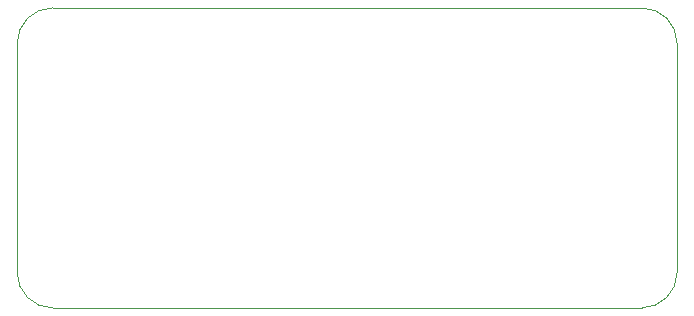
<source format=gbr>
%TF.GenerationSoftware,KiCad,Pcbnew,7.0.6*%
%TF.CreationDate,2023-10-17T01:06:07-04:00*%
%TF.ProjectId,tstick-5gw-pro-USB-V2-pcb,74737469-636b-42d3-9567-772d70726f2d,v0.0.2*%
%TF.SameCoordinates,Original*%
%TF.FileFunction,Profile,NP*%
%FSLAX46Y46*%
G04 Gerber Fmt 4.6, Leading zero omitted, Abs format (unit mm)*
G04 Created by KiCad (PCBNEW 7.0.6) date 2023-10-17 01:06:07*
%MOMM*%
%LPD*%
G01*
G04 APERTURE LIST*
%TA.AperFunction,Profile*%
%ADD10C,0.100000*%
%TD*%
G04 APERTURE END LIST*
D10*
X102038200Y-73190900D02*
X151918200Y-73190900D01*
X154918200Y-70190900D02*
X154918200Y-50790900D01*
X102038200Y-47790900D02*
G75*
G03*
X99038200Y-50790900I0J-3000000D01*
G01*
X99038200Y-50790900D02*
X99038200Y-70190900D01*
X154918200Y-50790900D02*
G75*
G03*
X151918200Y-47790900I-3000000J0D01*
G01*
X102038200Y-47790900D02*
X151918200Y-47790900D01*
X99038200Y-70190900D02*
G75*
G03*
X102038200Y-73190900I3000000J0D01*
G01*
X151918200Y-73190900D02*
G75*
G03*
X154918200Y-70190900I0J3000000D01*
G01*
M02*

</source>
